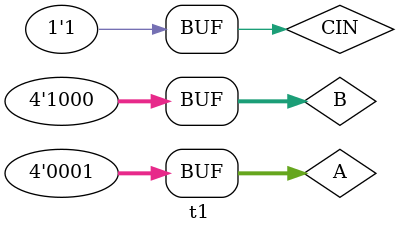
<source format=v>
`timescale 1ns / 1ps


module t1;

	// Inputs
	reg [3:0] A;
	reg [3:0] B;
	reg		 CIN;

	// Outputs
	wire  COUT;

	// Instantiate the Unit Under Test (UUT)
	door uut (
		.COUT(COUT), 
		.CIN(CIN),
		.A(A), 
		.B(B)
	);

	initial begin
		// Initialize Inputs
		CIN = 1;
		A = 4'b0000;
		B = 4'b0000;
		#20;
		A = 4'b0000;
		B = 4'b0001;
		#20;
		A = 4'b0000;
		B = 4'b0010;
		#20;
		A = 4'b0000;
		B = 4'b0100;
		#20;
		A = 4'b0000;
		B = 4'b1000;
		#20;
		A = 4'b0001;
		B = 4'b0000;
		#20;
		A = 4'b0010;
		B = 4'b0001;
		#20;
		A = 4'b0100;
		B = 4'b0010;
		#20;
		A = 4'b1000;
		B = 4'b0100;
		#20;
		A = 4'b0001;
		B = 4'b1000;
        
		// Add stimulus here

	end
      
endmodule


</source>
